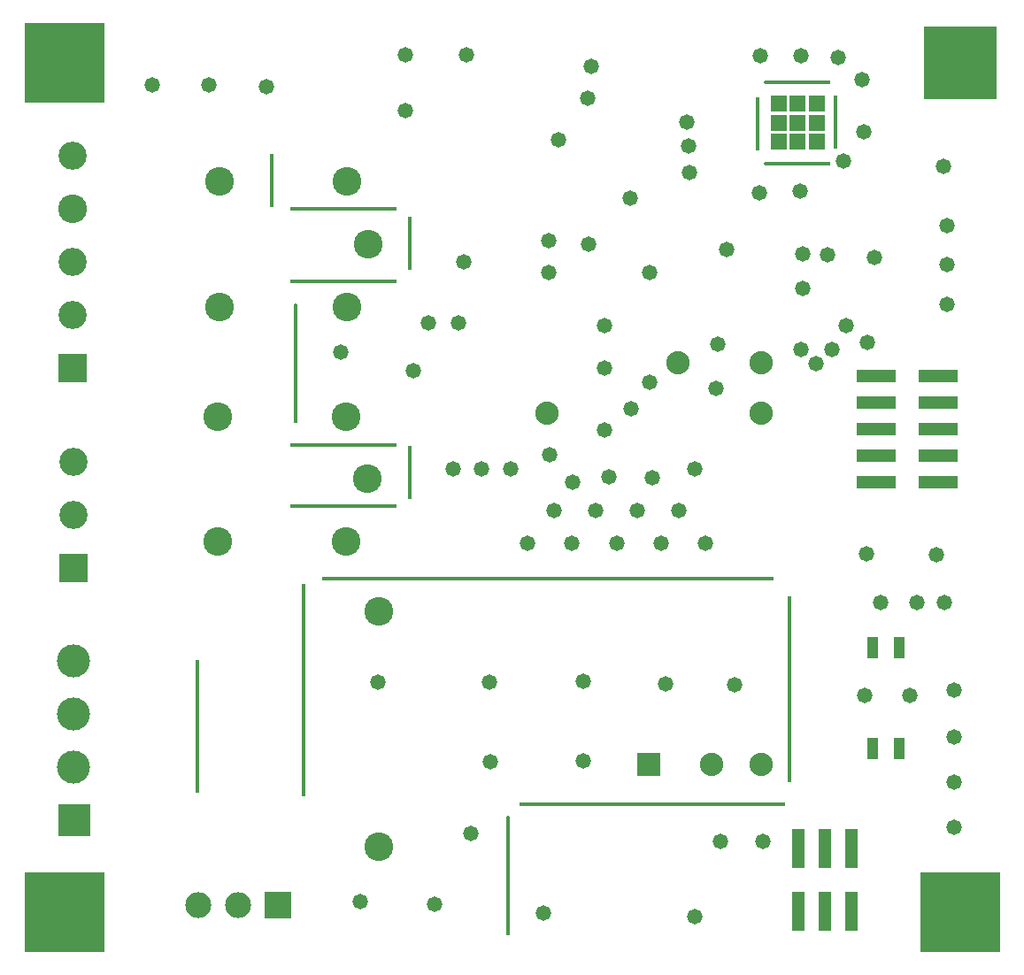
<source format=gbs>
G04*
G04 #@! TF.GenerationSoftware,Altium Limited,Altium Designer,21.0.8 (223)*
G04*
G04 Layer_Color=16711935*
%FSLAX24Y24*%
%MOIN*%
G70*
G04*
G04 #@! TF.SameCoordinates,C0C2F11B-7DCF-4775-9714-D77671BE90CB*
G04*
G04*
G04 #@! TF.FilePolarity,Negative*
G04*
G01*
G75*
%ADD44R,0.0500X0.1500*%
%ADD45R,0.3000X0.3000*%
%ADD46R,0.0880X0.0880*%
%ADD47C,0.0880*%
G04:AMPARAMS|DCode=48|XSize=200mil|YSize=15mil|CornerRadius=3.8mil|HoleSize=0mil|Usage=FLASHONLY|Rotation=270.000|XOffset=0mil|YOffset=0mil|HoleType=Round|Shape=RoundedRectangle|*
%AMROUNDEDRECTD48*
21,1,0.2000,0.0075,0,0,270.0*
21,1,0.1925,0.0150,0,0,270.0*
1,1,0.0075,-0.0038,-0.0963*
1,1,0.0075,-0.0038,0.0963*
1,1,0.0075,0.0038,0.0963*
1,1,0.0075,0.0038,-0.0963*
%
%ADD48ROUNDEDRECTD48*%
G04:AMPARAMS|DCode=49|XSize=450mil|YSize=15mil|CornerRadius=3.8mil|HoleSize=0mil|Usage=FLASHONLY|Rotation=90.000|XOffset=0mil|YOffset=0mil|HoleType=Round|Shape=RoundedRectangle|*
%AMROUNDEDRECTD49*
21,1,0.4500,0.0075,0,0,90.0*
21,1,0.4425,0.0150,0,0,90.0*
1,1,0.0075,0.0038,0.2213*
1,1,0.0075,0.0038,-0.2213*
1,1,0.0075,-0.0038,-0.2213*
1,1,0.0075,-0.0038,0.2213*
%
%ADD49ROUNDEDRECTD49*%
%ADD50C,0.1080*%
%ADD51R,0.2750X0.2750*%
%ADD52R,0.1500X0.0500*%
%ADD53R,0.0600X0.0600*%
%ADD54R,0.0440X0.0800*%
%ADD55R,0.1060X0.1060*%
%ADD56C,0.1060*%
%ADD57C,0.1241*%
%ADD58R,0.1241X0.1241*%
%ADD59C,0.0980*%
%ADD60R,0.0986X0.0986*%
G04:AMPARAMS|DCode=61|XSize=400mil|YSize=15mil|CornerRadius=3.8mil|HoleSize=0mil|Usage=FLASHONLY|Rotation=0.000|XOffset=0mil|YOffset=0mil|HoleType=Round|Shape=RoundedRectangle|*
%AMROUNDEDRECTD61*
21,1,0.4000,0.0075,0,0,0.0*
21,1,0.3925,0.0150,0,0,0.0*
1,1,0.0075,0.1963,-0.0038*
1,1,0.0075,-0.1963,-0.0038*
1,1,0.0075,-0.1963,0.0038*
1,1,0.0075,0.1963,0.0038*
%
%ADD61ROUNDEDRECTD61*%
G04:AMPARAMS|DCode=62|XSize=800mil|YSize=15mil|CornerRadius=3.8mil|HoleSize=0mil|Usage=FLASHONLY|Rotation=90.000|XOffset=0mil|YOffset=0mil|HoleType=Round|Shape=RoundedRectangle|*
%AMROUNDEDRECTD62*
21,1,0.8000,0.0075,0,0,90.0*
21,1,0.7925,0.0150,0,0,90.0*
1,1,0.0075,0.0038,0.3963*
1,1,0.0075,0.0038,-0.3963*
1,1,0.0075,-0.0038,-0.3963*
1,1,0.0075,-0.0038,0.3963*
%
%ADD62ROUNDEDRECTD62*%
G04:AMPARAMS|DCode=63|XSize=250mil|YSize=15mil|CornerRadius=3.8mil|HoleSize=0mil|Usage=FLASHONLY|Rotation=0.000|XOffset=0mil|YOffset=0mil|HoleType=Round|Shape=RoundedRectangle|*
%AMROUNDEDRECTD63*
21,1,0.2500,0.0075,0,0,0.0*
21,1,0.2425,0.0150,0,0,0.0*
1,1,0.0075,0.1213,-0.0038*
1,1,0.0075,-0.1213,-0.0038*
1,1,0.0075,-0.1213,0.0038*
1,1,0.0075,0.1213,0.0038*
%
%ADD63ROUNDEDRECTD63*%
G04:AMPARAMS|DCode=64|XSize=1000mil|YSize=15mil|CornerRadius=3.8mil|HoleSize=0mil|Usage=FLASHONLY|Rotation=180.000|XOffset=0mil|YOffset=0mil|HoleType=Round|Shape=RoundedRectangle|*
%AMROUNDEDRECTD64*
21,1,1.0000,0.0075,0,0,180.0*
21,1,0.9925,0.0150,0,0,180.0*
1,1,0.0075,-0.4963,0.0038*
1,1,0.0075,0.4963,0.0038*
1,1,0.0075,0.4963,-0.0038*
1,1,0.0075,-0.4963,-0.0038*
%
%ADD64ROUNDEDRECTD64*%
G04:AMPARAMS|DCode=65|XSize=1700mil|YSize=15mil|CornerRadius=3.8mil|HoleSize=0mil|Usage=FLASHONLY|Rotation=180.000|XOffset=0mil|YOffset=0mil|HoleType=Round|Shape=RoundedRectangle|*
%AMROUNDEDRECTD65*
21,1,1.7000,0.0075,0,0,180.0*
21,1,1.6925,0.0150,0,0,180.0*
1,1,0.0075,-0.8462,0.0038*
1,1,0.0075,0.8462,0.0038*
1,1,0.0075,0.8462,-0.0038*
1,1,0.0075,-0.8462,-0.0038*
%
%ADD65ROUNDEDRECTD65*%
G04:AMPARAMS|DCode=66|XSize=700mil|YSize=15mil|CornerRadius=3.8mil|HoleSize=0mil|Usage=FLASHONLY|Rotation=90.000|XOffset=0mil|YOffset=0mil|HoleType=Round|Shape=RoundedRectangle|*
%AMROUNDEDRECTD66*
21,1,0.7000,0.0075,0,0,90.0*
21,1,0.6925,0.0150,0,0,90.0*
1,1,0.0075,0.0038,0.3463*
1,1,0.0075,0.0038,-0.3463*
1,1,0.0075,-0.0038,-0.3463*
1,1,0.0075,-0.0038,0.3463*
%
%ADD66ROUNDEDRECTD66*%
G04:AMPARAMS|DCode=67|XSize=500mil|YSize=15mil|CornerRadius=3.8mil|HoleSize=0mil|Usage=FLASHONLY|Rotation=90.000|XOffset=0mil|YOffset=0mil|HoleType=Round|Shape=RoundedRectangle|*
%AMROUNDEDRECTD67*
21,1,0.5000,0.0075,0,0,90.0*
21,1,0.4925,0.0150,0,0,90.0*
1,1,0.0075,0.0038,0.2463*
1,1,0.0075,0.0038,-0.2463*
1,1,0.0075,-0.0038,-0.2463*
1,1,0.0075,-0.0038,0.2463*
%
%ADD67ROUNDEDRECTD67*%
%ADD68C,0.0580*%
D44*
X30400Y4130D02*
D03*
X31400Y1770D02*
D03*
X30400D02*
D03*
X29400D02*
D03*
X31400Y4130D02*
D03*
X29400D02*
D03*
D45*
X35500Y1750D02*
D03*
X1750D02*
D03*
Y33750D02*
D03*
D46*
X23768Y7300D02*
D03*
D47*
X19929Y20528D02*
D03*
X28000Y7300D02*
D03*
X26130D02*
D03*
X24850Y22457D02*
D03*
X28000Y20528D02*
D03*
Y22457D02*
D03*
D48*
X27850Y31450D02*
D03*
X14750Y18300D02*
D03*
X30800Y31500D02*
D03*
X14750Y26950D02*
D03*
X9550Y29300D02*
D03*
D49*
X10450Y22400D02*
D03*
X18450Y3100D02*
D03*
D50*
X13149Y18062D02*
D03*
X7547Y20424D02*
D03*
X12350D02*
D03*
X7547Y15700D02*
D03*
X12350D02*
D03*
X13600Y4221D02*
D03*
Y13079D02*
D03*
X2060Y28250D02*
D03*
X13199Y26912D02*
D03*
X7597Y29274D02*
D03*
X12400D02*
D03*
X7597Y24550D02*
D03*
X12400D02*
D03*
D51*
X35500Y33750D02*
D03*
D52*
X34680Y21950D02*
D03*
Y17950D02*
D03*
Y18950D02*
D03*
Y19950D02*
D03*
Y20950D02*
D03*
X32320Y19950D02*
D03*
Y20950D02*
D03*
Y21950D02*
D03*
Y18950D02*
D03*
Y17950D02*
D03*
D53*
X28650Y32210D02*
D03*
X30110Y30770D02*
D03*
X29380D02*
D03*
X28650D02*
D03*
X30110Y31490D02*
D03*
X29380D02*
D03*
X28650D02*
D03*
X30110Y32210D02*
D03*
X29380D02*
D03*
D54*
X33200Y11700D02*
D03*
X32200D02*
D03*
Y7900D02*
D03*
X33200D02*
D03*
D55*
X2060Y22250D02*
D03*
X2100Y14700D02*
D03*
D56*
X2060Y24250D02*
D03*
Y26250D02*
D03*
Y30250D02*
D03*
X2100Y18700D02*
D03*
Y16700D02*
D03*
D57*
Y9200D02*
D03*
Y7200D02*
D03*
Y11200D02*
D03*
D58*
X2130Y5220D02*
D03*
D59*
X6800Y2000D02*
D03*
X8300D02*
D03*
D60*
X9800D02*
D03*
D61*
X12250Y28250D02*
D03*
Y17050D02*
D03*
Y19350D02*
D03*
Y25500D02*
D03*
D62*
X10750Y10100D02*
D03*
D63*
X29350Y29950D02*
D03*
Y33000D02*
D03*
D64*
X23900Y5800D02*
D03*
D65*
X19950Y14300D02*
D03*
D66*
X29050Y10150D02*
D03*
D67*
X6750Y8750D02*
D03*
D68*
X23100Y20700D02*
D03*
X30050Y22400D02*
D03*
X19800Y1700D02*
D03*
X26450Y4400D02*
D03*
X28050D02*
D03*
X29500Y22950D02*
D03*
X30650D02*
D03*
X14900Y22150D02*
D03*
X20021Y18959D02*
D03*
X22100Y19900D02*
D03*
X26297Y21487D02*
D03*
X20350Y30850D02*
D03*
X21450Y32400D02*
D03*
X13550Y10400D02*
D03*
X27000Y10300D02*
D03*
X24400Y10350D02*
D03*
X21300Y10450D02*
D03*
X17750Y10400D02*
D03*
X12900Y2150D02*
D03*
X15700Y2050D02*
D03*
X17050Y4700D02*
D03*
X17800Y7400D02*
D03*
X21300Y7450D02*
D03*
X22100Y22250D02*
D03*
X32500Y13400D02*
D03*
X31900Y9900D02*
D03*
X33600D02*
D03*
X35261Y4926D02*
D03*
X16400Y18450D02*
D03*
X25498Y1585D02*
D03*
X35261Y6650D02*
D03*
X25200Y31500D02*
D03*
X25300Y29600D02*
D03*
X29555Y26555D02*
D03*
X29550Y25254D02*
D03*
X32000Y23200D02*
D03*
X31200Y23850D02*
D03*
X12150Y22850D02*
D03*
X25250Y30600D02*
D03*
X19200Y15650D02*
D03*
X31950Y15250D02*
D03*
X34600Y15200D02*
D03*
X33850Y13400D02*
D03*
X35261Y10100D02*
D03*
Y8350D02*
D03*
X30500Y26500D02*
D03*
X18550Y18450D02*
D03*
X21767Y16863D02*
D03*
X23334D02*
D03*
X24900D02*
D03*
X23900Y18100D02*
D03*
X20875Y15650D02*
D03*
X22550D02*
D03*
X24225D02*
D03*
X25900D02*
D03*
X25500Y18450D02*
D03*
X32258Y26400D02*
D03*
X35000Y27600D02*
D03*
Y26125D02*
D03*
Y24650D02*
D03*
X34850Y29850D02*
D03*
X31800Y33100D02*
D03*
X21500Y26900D02*
D03*
X22100Y23850D02*
D03*
X20900Y17950D02*
D03*
X20201Y16863D02*
D03*
X22271Y18132D02*
D03*
X21600Y33600D02*
D03*
X31100Y30050D02*
D03*
X31850Y31150D02*
D03*
X17450Y18450D02*
D03*
X34900Y13400D02*
D03*
X23050Y28650D02*
D03*
X20000Y27050D02*
D03*
X20010Y25839D02*
D03*
X26700Y26700D02*
D03*
X26350Y23150D02*
D03*
X23800Y25850D02*
D03*
Y21700D02*
D03*
X15450Y23950D02*
D03*
X16600D02*
D03*
X16800Y26250D02*
D03*
X14600Y31950D02*
D03*
X7200Y32900D02*
D03*
X9350Y32850D02*
D03*
X16900Y34050D02*
D03*
X14600D02*
D03*
X27933Y28838D02*
D03*
X29465Y28906D02*
D03*
X27950Y34000D02*
D03*
X30894Y33944D02*
D03*
X5050Y32900D02*
D03*
X29500Y34000D02*
D03*
M02*

</source>
